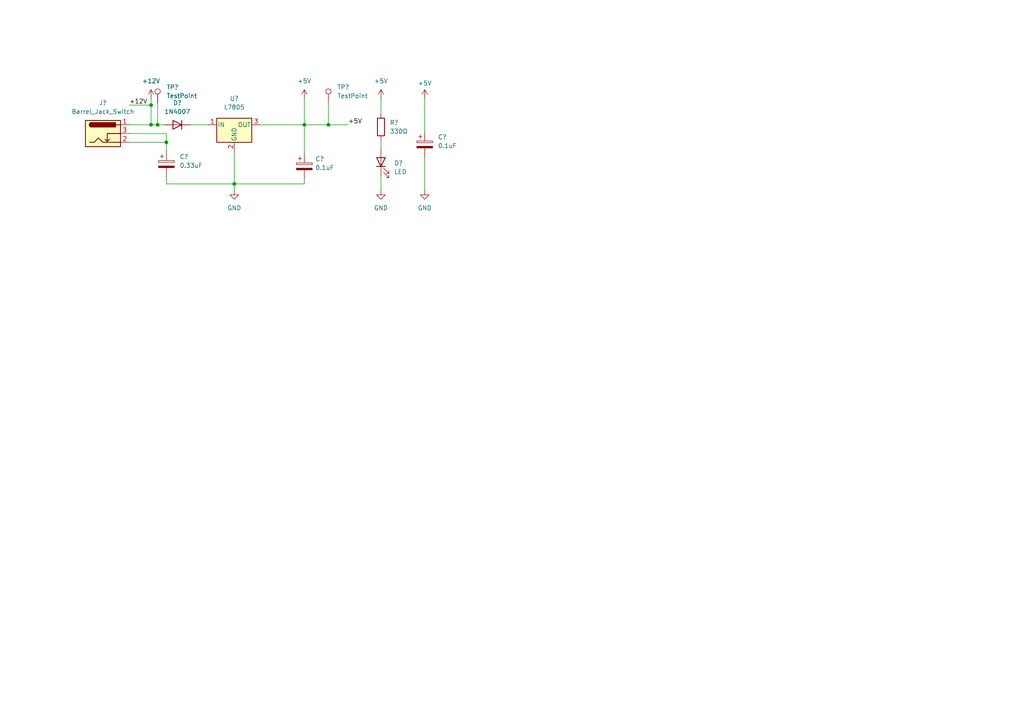
<source format=kicad_sch>
(kicad_sch (version 20211123) (generator eeschema)
  (paper "A4")
  (lib_symbols
    (symbol "Connector:Barrel_Jack_Switch" (pin_names hide)
      (property "Reference" "J" (at 0 5.334 0))
      (property "Value" "Barrel_Jack_Switch" (at 0 -5.08 0))
      (symbol "Barrel_Jack_Switch_0_1"
        (rectangle (start -5.08 3.81) (end 5.08 -3.81) (stroke (width 0.254)) (fill (type background)))
        (arc (start -3.302 3.175) (mid -3.937 2.54) (end -3.302 1.905) (stroke (width 0.254)))
        (arc (start -3.302 3.175) (mid -3.937 2.54) (end -3.302 1.905) (stroke (width 0.254)) (fill (type outline)))
        (polyline (pts (xy 1.27 -2.286) (xy 1.905 -1.651)) (stroke (width 0.254)))
        (polyline (pts (xy 5.08 2.54) (xy 3.81 2.54)) (stroke (width 0.254)))
        (polyline (pts (xy 5.08 0) (xy 1.27 0) (xy 1.27 -2.286) (xy 0.635 -1.651)) (stroke (width 0.254)))
        (polyline (pts (xy -3.81 -2.54) (xy -2.54 -2.54) (xy -1.27 -1.27) (xy 0 -2.54) (xy 2.54 -2.54) (xy 5.08 -2.54)) (stroke (width 0.254)))
        (rectangle (start 3.683 3.175) (end -3.302 1.905) (stroke (width 0.254)) (fill (type outline)))
      )
      (symbol "Barrel_Jack_Switch_1_1"
        (pin passive line (at 7.62 2.54 180) (length 2.54) (name "~") (number "1"))
        (pin passive line (at 7.62 -2.54 180) (length 2.54) (name "~") (number "2"))
        (pin passive line (at 7.62 0 180) (length 2.54) (name "~") (number "3"))
      )
    )
    (symbol "Connector:TestPoint" (pin_numbers hide) (pin_names (offset 0.762) hide)
      (property "Reference" "TP" (at 0 6.858 0))
      (property "Value" "TestPoint" (at 0 5.08 0))
      (symbol "TestPoint_0_1"
        (circle (center 0 3.302) (radius 0.762))
      )
      (symbol "TestPoint_1_1"
        (pin passive line (at 0 0 90) (length 2.54) (name "1") (number "1"))
      )
    )
    (symbol "Device:C_Polarized" (pin_numbers hide) (pin_names (offset 0.254))
      (property "Reference" "C" (at 0.635 2.54 0))
      (property "Value" "C_Polarized" (at 0.635 -2.54 0))
      (symbol "C_Polarized_0_1"
        (rectangle (start -2.286 0.508) (end 2.286 1.016))
        (polyline (pts (xy -1.778 2.286) (xy -0.762 2.286)))
        (polyline (pts (xy -1.27 2.794) (xy -1.27 1.778)))
        (rectangle (start 2.286 -0.508) (end -2.286 -1.016) (fill (type outline)))
      )
      (symbol "C_Polarized_1_1"
        (pin passive line (at 0 3.81 270) (length 2.794) (name "~") (number "1"))
        (pin passive line (at 0 -3.81 90) (length 2.794) (name "~") (number "2"))
      )
    )
    (symbol "Device:LED" (pin_numbers hide) (pin_names (offset 1.016) hide)
      (property "Reference" "D" (at 0 2.54 0))
      (property "Value" "LED" (at 0 -2.54 0))
      (symbol "LED_0_1"
        (polyline (pts (xy -1.27 -1.27) (xy -1.27 1.27)) (stroke (width 0.254)))
        (polyline (pts (xy -1.27 0) (xy 1.27 0)))
        (polyline (pts (xy 1.27 -1.27) (xy 1.27 1.27) (xy -1.27 0) (xy 1.27 -1.27)) (stroke (width 0.254)))
        (polyline (pts (xy -3.048 -0.762) (xy -4.572 -2.286) (xy -3.81 -2.286) (xy -4.572 -2.286) (xy -4.572 -1.524)))
        (polyline (pts (xy -1.778 -0.762) (xy -3.302 -2.286) (xy -2.54 -2.286) (xy -3.302 -2.286) (xy -3.302 -1.524)))
      )
      (symbol "LED_1_1"
        (pin passive line (at -3.81 0 0) (length 2.54) (name "K") (number "1"))
        (pin passive line (at 3.81 0 180) (length 2.54) (name "A") (number "2"))
      )
    )
    (symbol "Device:R" (pin_numbers hide) (pin_names (offset 0))
      (property "Reference" "R" (at 2.032 0 90))
      (property "Value" "R" (at 0 0 90))
      (symbol "R_0_1"
        (rectangle (start -1.016 -2.54) (end 1.016 2.54) (stroke (width 0.254)))
      )
      (symbol "R_1_1"
        (pin passive line (at 0 3.81 270) (length 1.27) (name "~") (number "1"))
        (pin passive line (at 0 -3.81 90) (length 1.27) (name "~") (number "2"))
      )
    )
    (symbol "Diode:1N4007" (pin_numbers hide) (pin_names (offset 1.016) hide)
      (property "Reference" "D" (at 0 2.54 0))
      (property "Value" "1N4007" (at 0 -2.54 0))
      (symbol "1N4007_0_1"
        (polyline (pts (xy -1.27 1.27) (xy -1.27 -1.27)) (stroke (width 0.254)))
        (polyline (pts (xy 1.27 0) (xy -1.27 0)))
        (polyline (pts (xy 1.27 1.27) (xy 1.27 -1.27) (xy -1.27 0) (xy 1.27 1.27)) (stroke (width 0.254)))
      )
      (symbol "1N4007_1_1"
        (pin passive line (at -3.81 0 0) (length 2.54) (name "K") (number "1"))
        (pin passive line (at 3.81 0 180) (length 2.54) (name "A") (number "2"))
      )
    )
    (symbol "Regulator_Linear:L7805" (pin_names (offset 0.254))
      (property "Reference" "U" (at -3.81 3.175 0))
      (property "Value" "L7805" (at 0 3.175 0))
      (symbol "L7805_0_1"
        (rectangle (start -5.08 1.905) (end 5.08 -5.08) (stroke (width 0.254)) (fill (type background)))
      )
      (symbol "L7805_1_1"
        (pin power_in line (at -7.62 0 0) (length 2.54) (name "IN") (number "1"))
        (pin power_in line (at 0 -7.62 90) (length 2.54) (name "GND") (number "2"))
        (pin power_out line (at 7.62 0 180) (length 2.54) (name "OUT") (number "3"))
      )
    )
    (symbol "power:+12V" (power) (pin_names (offset 0))
      (property "Value" "+12V" (at 0 3.556 0))
      (symbol "+12V_0_1"
        (polyline (pts (xy -0.762 1.27) (xy 0 2.54)))
        (polyline (pts (xy 0 0) (xy 0 2.54)))
        (polyline (pts (xy 0 2.54) (xy 0.762 1.27)))
      )
      (symbol "+12V_1_1"
        (pin power_in line (at 0 0 90) (length 0) hide (name "+12V") (number "1"))
      )
    )
    (symbol "power:+5V" (power) (pin_names (offset 0))
      (property "Value" "+5V" (at 0 3.556 0))
      (symbol "+5V_0_1"
        (polyline (pts (xy -0.762 1.27) (xy 0 2.54)))
        (polyline (pts (xy 0 0) (xy 0 2.54)))
        (polyline (pts (xy 0 2.54) (xy 0.762 1.27)))
      )
      (symbol "+5V_1_1"
        (pin power_in line (at 0 0 90) (length 0) hide (name "+5V") (number "1"))
      )
    )
    (symbol "power:GND" (power) (pin_names (offset 0))
      (property "Value" "GND" (at 0 -3.81 0))
      (symbol "GND_0_1"
        (polyline (pts (xy 0 0) (xy 0 -1.27) (xy 1.27 -1.27) (xy 0 -2.54) (xy -1.27 -1.27) (xy 0 -1.27)))
      )
      (symbol "GND_1_1"
        (pin power_in line (at 0 0 270) (length 0) hide (name "GND") (number "1"))
      )
    )
  )
  (junction (at 45.72 36.195))
  (junction (at 67.945 53.34))
  (junction (at 48.26 41.275))
  (junction (at 43.815 36.195))
  (junction (at 88.265 36.195))
  (junction (at 43.815 30.48))
  (junction (at 95.25 36.195))
  (wire (pts (xy 48.26 41.275) (xy 48.26 43.815)))
  (wire (pts (xy 43.815 30.48) (xy 43.815 36.195)))
  (wire (pts (xy 95.25 36.195) (xy 88.265 36.195)))
  (wire (pts (xy 110.49 55.245) (xy 110.49 50.8)))
  (wire (pts (xy 67.945 55.245) (xy 67.945 53.34)))
  (wire (pts (xy 37.465 38.735) (xy 48.26 38.735)))
  (wire (pts (xy 88.265 53.34) (xy 88.265 52.07)))
  (wire (pts (xy 123.19 28.575) (xy 123.19 38.1)))
  (wire (pts (xy 67.945 53.34) (xy 88.265 53.34)))
  (wire (pts (xy 55.245 36.195) (xy 60.325 36.195)))
  (wire (pts (xy 75.565 36.195) (xy 88.265 36.195)))
  (wire (pts (xy 110.49 40.64) (xy 110.49 43.18)))
  (wire (pts (xy 43.815 28.575) (xy 43.815 30.48)))
  (wire (pts (xy 88.265 36.195) (xy 88.265 44.45)))
  (wire (pts (xy 67.945 43.815) (xy 67.945 53.34)))
  (wire (pts (xy 48.26 53.34) (xy 67.945 53.34)))
  (wire (pts (xy 88.265 28.575) (xy 88.265 36.195)))
  (wire (pts (xy 37.465 41.275) (xy 48.26 41.275)))
  (wire (pts (xy 123.19 55.245) (xy 123.19 45.72)))
  (wire (pts (xy 48.26 51.435) (xy 48.26 53.34)))
  (wire (pts (xy 110.49 28.575) (xy 110.49 33.02)))
  (wire (pts (xy 47.625 36.195) (xy 45.72 36.195)))
  (wire (pts (xy 48.26 38.735) (xy 48.26 41.275)))
  (wire (pts (xy 95.25 36.195) (xy 100.965 36.195)))
  (wire (pts (xy 45.72 36.195) (xy 43.815 36.195)))
  (wire (pts (xy 95.25 29.845) (xy 95.25 36.195)))
  (wire (pts (xy 37.465 30.48) (xy 43.815 30.48)))
  (wire (pts (xy 43.815 36.195) (xy 37.465 36.195)))
  (wire (pts (xy 45.72 29.845) (xy 45.72 36.195)))
  (label "+12V" (at 37.465 30.48 0))
  (label "+5V" (at 100.965 36.195 0))
  (symbol (lib_id "Regulator_Linear:L7805") (at 67.945 36.195 0) (unit 1)
    (property "Reference" "U?" (at 67.945 28.575 0))
    (property "Value" "L7805" (at 67.945 31.115 0))
    (property "Footprint" "Package_TO_SOT_THT:TO-220-3_Vertical" (effects hide))
    (property "Datasheet" "http://www.st.com/content/ccc/resource/technical/document/datasheet/41/4f/b3/b0/12/d4/47/88/CD00000444.pdf/files/CD00000444.pdf/jcr:content/translations/en.CD00000444.pdf" (effects hide))
  )
  (symbol (lib_id "Connector:TestPoint") (at 95.25 29.845 0) (unit 1)
    (property "Reference" "TP?" (at 97.79 25.2729 0) (effects (justify left)))
    (property "Value" "TestPoint" (at 97.79 27.8129 0) (effects (justify left)))
    (property "Footprint" "TestPoint:TestPoint_Pad_D1.5mm" (effects hide))
  )
  (symbol (lib_id "Device:LED") (at 110.49 46.99 90) (unit 1)
    (property "Reference" "D?" (at 114.3 47.3074 90) (effects (justify right)))
    (property "Value" "LED" (at 114.3 49.8474 90) (effects (justify right)))
    (property "Footprint" "LED_THT:LED_D5.0mm" (effects hide))
  )
  (symbol (lib_id "Device:C_Polarized") (at 88.265 48.26 0) (unit 1)
    (property "Reference" "C?" (at 91.44 46.1009 0) (effects (justify left)))
    (property "Value" "0.1uF" (at 91.44 48.6409 0) (effects (justify left)))
    (property "Footprint" "Capacitor_THT:CP_Radial_D5.0mm_P2.50mm" (effects hide))
  )
  (symbol (lib_id "Diode:1N4007") (at 51.435 36.195 180) (unit 1)
    (property "Reference" "D?" (at 51.435 29.845 0))
    (property "Value" "1N4007" (at 51.435 32.385 0))
    (property "Footprint" "Diode_THT:D_DO-41_SOD81_P10.16mm_Horizontal" (effects hide))
    (property "Datasheet" "http://www.vishay.com/docs/88503/1n4001.pdf" (effects hide))
  )
  (symbol (lib_id "power:GND") (at 123.19 55.245 0) (unit 1)
    (property "Reference" "#PWR?" (effects hide))
    (property "Value" "GND" (at 123.19 60.325 0))
  )
  (symbol (lib_id "Device:C_Polarized") (at 48.26 47.625 0) (unit 1)
    (property "Reference" "C?" (at 52.07 45.4659 0) (effects (justify left)))
    (property "Value" "0.33uF" (at 52.07 48.0059 0) (effects (justify left)))
    (property "Footprint" "Capacitor_THT:CP_Radial_D5.0mm_P2.50mm" (effects hide))
  )
  (symbol (lib_id "Connector:TestPoint") (at 45.72 29.845 0) (unit 1)
    (property "Reference" "TP?" (at 48.26 25.2729 0) (effects (justify left)))
    (property "Value" "TestPoint" (at 48.26 27.8129 0) (effects (justify left)))
    (property "Footprint" "TestPoint:TestPoint_Pad_D1.5mm" (effects hide))
  )
  (symbol (lib_id "power:GND") (at 67.945 55.245 0) (unit 1)
    (property "Reference" "#PWR?" (effects hide))
    (property "Value" "GND" (at 67.945 60.325 0))
  )
  (symbol (lib_id "power:GND") (at 110.49 55.245 0) (unit 1)
    (property "Reference" "#PWR?" (effects hide))
    (property "Value" "GND" (at 110.49 60.325 0))
  )
  (symbol (lib_id "Device:R") (at 110.49 36.83 0) (unit 1)
    (property "Reference" "R?" (at 113.03 35.5599 0) (effects (justify left)))
    (property "Value" "330Ω" (at 113.03 38.0999 0) (effects (justify left)))
    (property "Footprint" "Resistor_THT:R_Axial_DIN0207_L6.3mm_D2.5mm_P10.16mm_Horizontal" (effects hide))
  )
  (symbol (lib_id "power:+5V") (at 123.19 28.575 0) (unit 1)
    (property "Reference" "#PWR?" (effects hide))
    (property "Value" "+5V" (at 123.19 24.13 0))
  )
  (symbol (lib_id "power:+5V") (at 88.265 28.575 0) (unit 1)
    (property "Reference" "#PWR?" (effects hide))
    (property "Value" "+5V" (at 88.265 23.495 0))
  )
  (symbol (lib_id "Connector:Barrel_Jack_Switch") (at 29.845 38.735 0) (unit 1)
    (property "Reference" "J?" (at 29.845 29.845 0))
    (property "Value" "Barrel_Jack_Switch" (at 29.845 32.385 0))
    (property "Footprint" "Connector_BarrelJack:BarrelJack_Horizontal" (effects hide))
  )
  (symbol (lib_id "Device:C_Polarized") (at 123.19 41.91 0) (unit 1)
    (property "Reference" "C?" (at 127 39.7509 0) (effects (justify left)))
    (property "Value" "0.1uF" (at 127 42.2909 0) (effects (justify left)))
    (property "Footprint" "Capacitor_THT:CP_Radial_D5.0mm_P2.50mm" (effects hide))
  )
  (symbol (lib_id "power:+12V") (at 43.815 28.575 0) (unit 1)
    (property "Reference" "#PWR?" (effects hide))
    (property "Value" "+12V" (at 43.815 23.495 0))
  )
  (symbol (lib_id "power:+5V") (at 110.49 28.575 0) (unit 1)
    (property "Reference" "#PWR?" (effects hide))
    (property "Value" "+5V" (at 110.49 23.495 0))
  )
)
</source>
